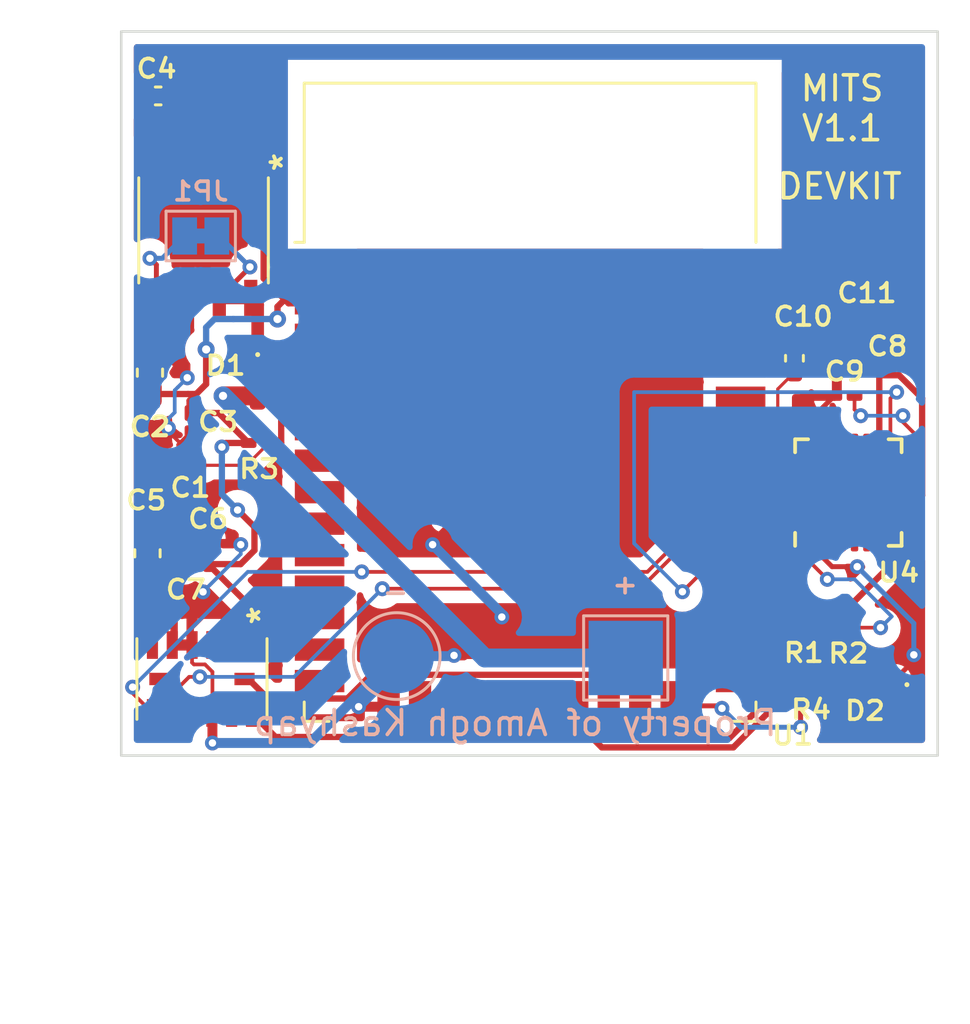
<source format=kicad_pcb>
(kicad_pcb (version 20211014) (generator pcbnew)
  (layers (0 "F.Cu" mixed "Front") (31 "B.Cu" mixed "Back") (34 "B.Paste" user) (35 "F.Paste" user) (36 "B.SilkS" user "B.Silkscreen") (37 "F.SilkS" user "F.Silkscreen") (38 "B.Mask" user) (39 "F.Mask" user) (44 "Edge.Cuts" user))
  (net 0 "")
  (net 1 "Net-(C1-Pad1)")
  (net 2 "GND")
  (net 3 "VDD")
  (net 4 "Net-(C9-Pad1)")
  (net 5 "Net-(C10-Pad1)")
  (net 6 "Net-(D1-Pad1)")
  (net 7 "+BATT")
  (net 8 "Net-(D2-Pad2)")
  (net 9 "Net-(JP1-Pad2)")
  (net 10 "SCL1")
  (net 11 "SDA1")
  (net 12 "Net-(U1-Pad24)")
  (net 34 "INT3")
  (net 35 "INT2")
  (net 36 "INT1")
  (footprint "Capacitor_SMD:C_0201_0603Metric_Pad0.64x0.40mm_HandSolder" (layer "F.Cu") (at 165.0925 90.9 180)
    (fp_text reference "C9" (at -0.0075 0.984) (layer "F.SilkS") (effects (font (size 0.75 0.82))))
    (fp_text value "0.1µF")
    (pad "1" smd roundrect (at -0.4075 0 180) (size 0.635 0.4) (layers "F.Cu" "F.Mask") (net 4 "Net-(C9-Pad1)"))
    (pad "2" smd roundrect (at 0.4075 0 180) (size 0.635 0.4) (layers "F.Cu" "F.Mask") (net 2 "GND"))
  )
  (footprint "Resistor_SMD:R_0201_0603Metric_Pad0.64x0.40mm_HandSolder" (layer "F.Cu") (at 163.7425 102.55 180)
    (fp_text reference "R4" (at 0 -1 180) (layer "F.SilkS") (effects (font (size 0.75 0.82))))
    (fp_text value "220")
    (pad "1" smd roundrect (at -0.4075 0 180) (size 0.635 0.4) (layers "F.Cu" "F.Mask") (net 8 "Net-(D2-Pad2)"))
    (pad "2" smd roundrect (at 0.4075 0 180) (size 0.635 0.4) (layers "F.Cu" "F.Mask") (net 12 "Net-(U1-Pad24)"))
  )
  (footprint "Voltage_Regulator_Linear:MIC5200-3.3YM" (layer "F.Cu") (at 139.215 84.22415 -90)
    (fp_text reference "U2")
    (fp_text value "MIC5200-3.3BM-TR")
    (fp_text user "*" (at -2.75425 -3.241 90) (layer "F.SilkS"))
    (fp_line (start 2.1209 -2.6162) (end -2.1209 -2.6162) (layer "F.SilkS") (width 0.12))
    (fp_line (start -2.1209 2.6162) (end 2.1209 2.6162) (layer "F.SilkS") (width 0.12))
    (pad "1" smd rect (at -2.72415 -1.905 270) (size 1.4605 0.5334) (layers "F.Cu" "F.Paste" "F.Mask") (net 3 "VDD"))
    (pad "2" smd rect (at -2.72415 -0.635 270) (size 1.4605 0.5334) (layers "F.Cu" "F.Paste" "F.Mask") (net 3 "VDD"))
    (pad "3" smd rect (at -2.72415 0.635 270) (size 1.4605 0.5334) (layers "F.Cu" "F.Paste" "F.Mask") (net 2 "GND"))
    (pad "4" smd rect (at -2.72415 1.905 270) (size 1.4605 0.5334) (layers "F.Cu" "F.Paste" "F.Mask") (net 2 "GND"))
    (pad "5" smd rect (at 2.72415 1.905 270) (size 1.4605 0.5334) (layers "F.Cu" "F.Paste" "F.Mask") (net 9 "Net-(JP1-Pad2)"))
    (pad "6" smd rect (at 2.72415 0.635 270) (size 1.4605 0.5334) (layers "F.Cu" "F.Paste" "F.Mask") (net 2 "GND"))
    (pad "7" smd rect (at 2.72415 -0.635 270) (size 1.4605 0.5334) (layers "F.Cu" "F.Paste" "F.Mask") (net 6 "Net-(D1-Pad1)"))
    (pad "8" smd rect (at 2.72415 -1.905 270) (size 1.4605 0.5334) (layers "F.Cu" "F.Paste" "F.Mask") (net 6 "Net-(D1-Pad1)"))
  )
  (footprint "Resistor_SMD:R_0201_0603Metric_Pad0.64x0.40mm_HandSolder" (layer "F.Cu") (at 163.45 99.8425 -90)
    (fp_text reference "R1" (at 1.4226 0.0007) (layer "F.SilkS") (effects (font (size 0.75 0.82))))
    (fp_text value "2.2K")
    (pad "1" smd roundrect (at -0.4075 0 270) (size 0.635 0.4) (layers "F.Cu" "F.Mask") (net 3 "VDD"))
    (pad "2" smd roundrect (at 0.4075 0 270) (size 0.635 0.4) (layers "F.Cu" "F.Mask") (net 10 "SCL1"))
  )
  (footprint "Capacitor_SMD:C_0201_0603Metric_Pad0.64x0.40mm_HandSolder" (layer "F.Cu") (at 139.4 97.28 90)
    (fp_text reference "C6" (at 1.4175 0 180) (layer "F.SilkS") (effects (font (size 0.75 0.82))))
    (fp_text value "0.1µF")
    (pad "1" smd roundrect (at -0.4075 0 90) (size 0.635 0.4) (layers "F.Cu" "F.Mask") (net 3 "VDD"))
    (pad "2" smd roundrect (at 0.4075 0 90) (size 0.635 0.4) (layers "F.Cu" "F.Mask") (net 2 "GND"))
  )
  (footprint "LED_SMD:LED_0402_1005Metric_Pad0.77x0.64mm_HandSolder" (layer "F.Cu") (at 166.35 102.55 180)
    (fp_text reference "D2" (at 0.43 -1.05) (layer "F.SilkS") (effects (font (size 0.75 0.82))))
    (fp_text value "LED")
    (fp_circle (center -1.265 0) (end -1.215 0) (layer "F.SilkS") (width 0.1) (fill none))
    (pad "1" smd roundrect (at -0.5725 0 180) (size 0.765 0.64) (layers "F.Cu" "F.Paste" "F.Mask") (net 2 "GND"))
    (pad "2" smd roundrect (at 0.5725 0 180) (size 0.765 0.64) (layers "F.Cu" "F.Paste" "F.Mask") (net 8 "Net-(D2-Pad2)"))
  )
  (footprint "Capacitor_SMD:C_0201_0603Metric_Pad0.64x0.40mm_HandSolder" (layer "F.Cu") (at 165.1925 88.95)
    (fp_text reference "C8" (at 1.6325 -0.05) (layer "F.SilkS") (effects (font (size 0.75 0.82))))
    (fp_text value "0.01µF")
    (pad "1" smd roundrect (at -0.4075 0) (size 0.635 0.4) (layers "F.Cu" "F.Mask") (net 2 "GND"))
    (pad "2" smd roundrect (at 0.4075 0) (size 0.635 0.4) (layers "F.Cu" "F.Mask") (net 3 "VDD"))
  )
  (footprint "Resistor_SMD:R_0201_0603Metric_Pad0.64x0.40mm_HandSolder" (layer "F.Cu") (at 141.4425 92.8)
    (fp_text reference "R3" (at 0.0175 1.05) (layer "F.SilkS") (effects (font (size 0.75 0.82))))
    (fp_text value "10k")
    (pad "1" smd roundrect (at -0.4075 0) (size 0.635 0.4) (layers "F.Cu" "F.Mask") (net 3 "VDD"))
    (pad "2" smd roundrect (at 0.4075 0) (size 0.635 0.4) (layers "F.Cu" "F.Mask") (net 1 "Net-(C1-Pad1)"))
  )
  (footprint "Capacitor_SMD:C_0201_0603Metric_Pad0.64x0.40mm_HandSolder" (layer "F.Cu") (at 166.05 87.7 180)
    (fp_text reference "C11" (at 0.05 0.95) (layer "F.SilkS") (effects (font (size 0.75 0.82))))
    (fp_text value "0.1µF")
    (pad "1" smd roundrect (at -0.4075 0 180) (size 0.635 0.4) (layers "F.Cu" "F.Mask") (net 3 "VDD"))
    (pad "2" smd roundrect (at 0.4075 0 180) (size 0.635 0.4) (layers "F.Cu" "F.Mask") (net 2 "GND"))
  )
  (footprint "Sensor_Motion:ADXL375BCCZ" (layer "F.Cu") (at 139.150001 102.320901 -90)
    (fp_text reference "U3")
    (fp_text value "ADXL375BCCZ")
    (fp_text user "*" (at -2.5648 -2.4 90) (layer "F.SilkS"))
    (fp_line (start -1.627 2.627) (end 1.627 2.627) (layer "F.SilkS") (width 0.12))
    (fp_line (start 1.627 -2.627) (end -1.627 -2.627) (layer "F.SilkS") (width 0.12))
    (pad "1" smd rect (at -1.370901 -2.000001) (size 0.4492 1.1178) (layers "F.Cu" "F.Paste" "F.Mask") (net 3 "VDD"))
    (pad "2" smd rect (at -1.370901 -1.2) (size 0.4492 1.1178) (layers "F.Cu" "F.Paste" "F.Mask") (net 2 "GND"))
    (pad "3" smd rect (at -1.370901 -0.399999) (size 0.4492 1.1178) (layers "F.Cu" "F.Paste" "F.Mask"))
    (pad "4" smd rect (at -1.370901 0.399999) (size 0.4492 1.1178) (layers "F.Cu" "F.Paste" "F.Mask") (net 2 "GND"))
    (pad "5" smd rect (at -1.370901 1.2) (size 0.4492 1.1178) (layers "F.Cu" "F.Paste" "F.Mask") (net 2 "GND"))
    (pad "6" smd rect (at -1.370901 1.999999) (size 0.4492 1.1178) (layers "F.Cu" "F.Paste" "F.Mask") (net 3 "VDD"))
    (pad "7" smd rect (at 0 1.718498 270) (size 0.5 0.813) (layers "F.Cu" "F.Paste" "F.Mask"))
    (pad "8" smd rect (at 1.370901 2.000001) (size 0.4492 1.1178) (layers "F.Cu" "F.Paste" "F.Mask") (net 36 "INT1"))
    (pad "9" smd rect (at 1.370901 1.2) (size 0.4492 1.1178) (layers "F.Cu" "F.Paste" "F.Mask") (net 35 "INT2"))
    (pad "10" smd rect (at 1.370901 0.399999) (size 0.4492 1.1178) (layers "F.Cu" "F.Paste" "F.Mask"))
    (pad "11" smd rect (at 1.370901 -0.399999) (size 0.4492 1.1178) (layers "F.Cu" "F.Paste" "F.Mask") (net 2 "GND"))
    (pad "12" smd rect (at 1.370901 -1.2) (size 0.4492 1.1178) (layers "F.Cu" "F.Paste" "F.Mask"))
    (pad "13" smd rect (at 1.370901 -1.999999) (size 0.4492 1.1178) (layers "F.Cu" "F.Paste" "F.Mask") (net 11 "SDA1"))
    (pad "14" smd rect (at 0 -1.718498 270) (size 0.5 0.813) (layers "F.Cu" "F.Paste" "F.Mask") (net 10 "SCL1"))
  )
  (footprint "Diode_SMD:D_0402_1005Metric_Pad0.77x0.64mm_HandSolder" (layer "F.Cu") (at 141.4 90.5 -90)
    (fp_text reference "D1" (at -0.8225 1.3 180) (layer "F.SilkS") (effects (font (size 0.75 0.82))))
    (fp_text value "D_Schottky")
    (fp_circle (center -1.265 0) (end -1.215 0) (layer "F.SilkS") (width 0.1) (fill none))
    (pad "1" smd roundrect (at -0.5725 0 270) (size 0.765 0.64) (layers "F.Cu" "F.Paste" "F.Mask") (net 6 "Net-(D1-Pad1)"))
    (pad "2" smd roundrect (at 0.5725 0 270) (size 0.765 0.64) (layers "F.Cu" "F.Paste" "F.Mask") (net 7 "+BATT"))
  )
  (footprint "Sensor_Motion:InvenSense_QFN-24_4x4mm_P0.5mm" (layer "F.Cu") (at 165.25 94.8 90)
    (fp_text reference "U4" (at -3.2258 2.032) (layer "F.SilkS") (effects (font (size 0.75 0.82))))
    (fp_text value "MPU-6050")
    (fp_line (start -2.15 2.15) (end -1.625 2.15) (layer "F.SilkS") (width 0.15))
    (fp_line (start -2.15 2.15) (end -2.15 1.625) (layer "F.SilkS") (width 0.15))
    (fp_line (start 2.15 2.15) (end 2.15 1.625) (layer "F.SilkS") (width 0.15))
    (fp_line (start 2.15 -2.15) (end 1.625 -2.15) (layer "F.SilkS") (width 0.15))
    (fp_line (start 2.15 2.15) (end 1.625 2.15) (layer "F.SilkS") (width 0.15))
    (fp_line (start -2.15 -2.15) (end -1.625 -2.15) (layer "F.SilkS") (width 0.15))
    (fp_line (start 2.15 -2.15) (end 2.15 -1.625) (layer "F.SilkS") (width 0.15))
    (pad "1" smd roundrect (at -1.95 -1.25 90) (size 0.85 0.3) (layers "F.Cu" "F.Paste" "F.Mask") (net 2 "GND"))
    (pad "2" smd roundrect (at -1.95 -0.75 90) (size 0.85 0.3) (layers "F.Cu" "F.Paste" "F.Mask"))
    (pad "3" smd roundrect (at -1.95 -0.25 90) (size 0.85 0.3) (layers "F.Cu" "F.Paste" "F.Mask"))
    (pad "4" smd roundrect (at -1.95 0.25 90) (size 0.85 0.3) (layers "F.Cu" "F.Paste" "F.Mask"))
    (pad "5" smd roundrect (at -1.95 0.75 90) (size 0.85 0.3) (layers "F.Cu" "F.Paste" "F.Mask"))
    (pad "6" smd roundrect (at -1.95 1.25 90) (size 0.85 0.3) (layers "F.Cu" "F.Paste" "F.Mask"))
    (pad "7" smd roundrect (at -1.25 1.95 180) (size 0.85 0.3) (layers "F.Cu" "F.Paste" "F.Mask"))
    (pad "8" smd roundrect (at -0.75 1.95 180) (size 0.85 0.3) (layers "F.Cu" "F.Paste" "F.Mask") (net 3 "VDD"))
    (pad "9" smd roundrect (at -0.25 1.95 180) (size 0.85 0.3) (layers "F.Cu" "F.Paste" "F.Mask"))
    (pad "10" smd roundrect (at 0.25 1.95 180) (size 0.85 0.3) (layers "F.Cu" "F.Paste" "F.Mask") (net 4 "Net-(C9-Pad1)"))
    (pad "11" smd roundrect (at 0.75 1.95 180) (size 0.85 0.3) (layers "F.Cu" "F.Paste" "F.Mask") (net 2 "GND"))
    (pad "12" smd roundrect (at 1.25 1.95 180) (size 0.85 0.3) (layers "F.Cu" "F.Paste" "F.Mask") (net 34 "INT3"))
    (pad "13" smd roundrect (at 1.95 1.25 90) (size 0.85 0.3) (layers "F.Cu" "F.Paste" "F.Mask") (net 3 "VDD"))
    (pad "14" smd roundrect (at 1.95 0.75 90) (size 0.85 0.3) (layers "F.Cu" "F.Paste" "F.Mask"))
    (pad "15" smd roundrect (at 1.95 0.25 90) (size 0.85 0.3) (layers "F.Cu" "F.Paste" "F.Mask"))
    (pad "16" smd roundrect (at 1.95 -0.25 90) (size 0.85 0.3) (layers "F.Cu" "F.Paste" "F.Mask"))
    (pad "17" smd roundrect (at 1.95 -0.75 90) (size 0.85 0.3) (layers "F.Cu" "F.Paste" "F.Mask"))
    (pad "18" smd roundrect (at 1.95 -1.25 90) (size 0.85 0.3) (layers "F.Cu" "F.Paste" "F.Mask") (net 2 "GND"))
    (pad "19" smd roundrect (at 1.25 -1.95 180) (size 0.85 0.3) (layers "F.Cu" "F.Paste" "F.Mask"))
    (pad "20" smd roundrect (at 0.75 -1.95 180) (size 0.85 0.3) (layers "F.Cu" "F.Paste" "F.Mask") (net 5 "Net-(C10-Pad1)"))
    (pad "21" smd roundrect (at 0.25 -1.95 180) (size 0.85 0.3) (layers "F.Cu" "F.Paste" "F.Mask"))
    (pad "22" smd roundrect (at -0.25 -1.95 180) (size 0.85 0.3) (layers "F.Cu" "F.Paste" "F.Mask"))
    (pad "23" smd roundrect (at -0.75 -1.95 180) (size 0.85 0.3) (layers "F.Cu" "F.Paste" "F.Mask") (net 10 "SCL1"))
    (pad "24" smd roundrect (at -1.25 -1.95 180) (size 0.85 0.3) (layers "F.Cu" "F.Paste" "F.Mask") (net 11 "SDA1"))
  )
  (footprint "Capacitor_SMD:C_0201_0603Metric_Pad0.64x0.40mm_HandSolder" (layer "F.Cu") (at 138.35 97.28 -90)
    (fp_text reference "C7" (at 1.4325 -0.15) (layer "F.SilkS") (effects (font (size 0.75 0.82))))
    (fp_text value "0.1µF")
    (pad "1" smd roundrect (at -0.4075 0 270) (size 0.635 0.4) (layers "F.Cu" "F.Mask") (net 2 "GND"))
    (pad "2" smd roundrect (at 0.4075 0 270) (size 0.635 0.4) (layers "F.Cu" "F.Mask") (net 3 "VDD"))
  )
  (footprint "Resistor_SMD:R_0201_0603Metric_Pad0.64x0.40mm_HandSolder" (layer "F.Cu") (at 165.25 99.8425 -90)
    (fp_text reference "R2" (at 1.4478 0) (layer "F.SilkS") (effects (font (size 0.75 0.82))))
    (fp_text value "2.2K")
    (pad "1" smd roundrect (at -0.4075 0 270) (size 0.635 0.4) (layers "F.Cu" "F.Mask") (net 3 "VDD"))
    (pad "2" smd roundrect (at 0.4075 0 270) (size 0.635 0.4) (layers "F.Cu" "F.Mask") (net 11 "SDA1"))
  )
  (footprint "Capacitor_SMD:C_0402_1005Metric_Pad0.74x0.62mm_HandSolder" (layer "F.Cu") (at 163.0738 89.3825 90)
    (fp_text reference "C10" (at 1.6825 0.35) (layer "F.SilkS") (effects (font (size 0.75 0.82))))
    (fp_text value "2200pF")
    (fp_line (start -0.115835 0.36) (end 0.115835 0.36) (layer "F.SilkS") (width 0.12))
    (fp_line (start -0.115835 -0.36) (end 0.115835 -0.36) (layer "F.SilkS") (width 0.12))
    (pad "1" smd roundrect (at -0.5675 0 90) (size 0.735 0.62) (layers "F.Cu" "F.Paste" "F.Mask") (net 5 "Net-(C10-Pad1)"))
    (pad "2" smd roundrect (at 0.5675 0 90) (size 0.735 0.62) (layers "F.Cu" "F.Paste" "F.Mask") (net 2 "GND"))
  )
  (footprint "Capacitor_SMD:C_0201_0603Metric_Pad0.64x0.40mm_HandSolder" (layer "F.Cu") (at 138.6 93.7 180)
    (fp_text reference "C1" (at -0.0825 -0.9 180) (layer "F.SilkS") (effects (font (size 0.75 0.82))))
    (fp_text value "0.1µF")
    (pad "1" smd roundrect (at -0.4075 0 180) (size 0.635 0.4) (layers "F.Cu" "F.Mask") (net 1 "Net-(C1-Pad1)"))
    (pad "2" smd roundrect (at 0.4075 0 180) (size 0.635 0.4) (layers "F.Cu" "F.Mask") (net 2 "GND"))
  )
  (footprint "Capacitor_SMD:C_0201_0603Metric_Pad0.64x0.40mm_HandSolder" (layer "F.Cu") (at 138.65 92 -90)
    (fp_text reference "C3" (at -0.05 -1.15) (layer "F.SilkS") (effects (font (size 0.75 0.82))))
    (fp_text value "0.1µF")
    (pad "1" smd roundrect (at -0.4075 0 270) (size 0.635 0.4) (layers "F.Cu" "F.Mask") (net 3 "VDD"))
    (pad "2" smd roundrect (at 0.4075 0 270) (size 0.635 0.4) (layers "F.Cu" "F.Mask") (net 2 "GND"))
  )
  (footprint "Capacitor_SMD:C_0603_1608Metric_Pad1.08x0.95mm_HandSolder" (layer "F.Cu") (at 136.95 97.25 -90)
    (fp_text reference "C5" (at -2.1375 0.05) (layer "F.SilkS") (effects (font (size 0.75 0.82))))
    (fp_text value "10µF")
    (fp_line (start -0.146267 0.51) (end 0.146267 0.51) (layer "F.SilkS") (width 0.12))
    (fp_line (start -0.146267 -0.51) (end 0.146267 -0.51) (layer "F.SilkS") (width 0.12))
    (pad "1" smd roundrect (at -0.8625 0 270) (size 1.075 0.95) (layers "F.Cu" "F.Paste" "F.Mask") (net 2 "GND"))
    (pad "2" smd roundrect (at 0.8625 0 270) (size 1.075 0.95) (layers "F.Cu" "F.Paste" "F.Mask") (net 3 "VDD"))
  )
  (footprint "RF_Module:ESP32-WROOM-32" (layer "F.Cu") (at 152.4 94.15)
    (fp_text reference "U1" (at 10.6 10.45 180) (layer "F.SilkS") (effects (font (size 0.75 0.82))))
    (fp_text value "ESP32-WROOM-32" hide)
    (fp_line (start 9.12 9.88) (end 8.12 9.88) (layer "F.SilkS") (width 0.12))
    (fp_line (start 9.12 -15.865) (end 9.12 -9.445) (layer "F.SilkS") (width 0.12))
    (fp_line (start -9.12 -15.865) (end -9.12 -9.445) (layer "F.SilkS") (width 0.12))
    (fp_line (start 9.12 9.1) (end 9.12 9.88) (layer "F.SilkS") (width 0.12))
    (fp_line (start -9.12 -15.865) (end 9.12 -15.865) (layer "F.SilkS") (width 0.12))
    (fp_line (start -9.12 9.1) (end -9.12 9.88) (layer "F.SilkS") (width 0.12))
    (fp_line (start -9.12 9.88) (end -8.12 9.88) (layer "F.SilkS") (width 0.12))
    (fp_line (start -9.12 -9.445) (end -9.5 -9.445) (layer "F.SilkS") (width 0.12))
    (pad "1" smd rect (at -8.5 -8.255) (size 2 0.9) (layers "F.Cu" "F.Paste" "F.Mask") (net 2 "GND"))
    (pad "2" smd rect (at -8.5 -6.985) (size 2 0.9) (layers "F.Cu" "F.Paste" "F.Mask") (net 3 "VDD"))
    (pad "3" smd rect (at -8.5 -5.715) (size 2 0.9) (layers "F.Cu" "F.Paste" "F.Mask") (net 1 "Net-(C1-Pad1)"))
    (pad "4" smd rect (at -8.5 -4.445) (size 2 0.9) (layers "F.Cu" "F.Paste" "F.Mask"))
    (pad "5" smd rect (at -8.5 -3.175) (size 2 0.9) (layers "F.Cu" "F.Paste" "F.Mask"))
    (pad "6" smd rect (at -8.5 -1.905) (size 2 0.9) (layers "F.Cu" "F.Paste" "F.Mask"))
    (pad "7" smd rect (at -8.5 -0.635) (size 2 0.9) (layers "F.Cu" "F.Paste" "F.Mask"))
    (pad "8" smd rect (at -8.5 0.635) (size 2 0.9) (layers "F.Cu" "F.Paste" "F.Mask"))
    (pad "9" smd rect (at -8.5 1.905) (size 2 0.9) (layers "F.Cu" "F.Paste" "F.Mask"))
    (pad "10" smd rect (at -8.5 3.175) (size 2 0.9) (layers "F.Cu" "F.Paste" "F.Mask"))
    (pad "11" smd rect (at -8.5 4.445) (size 2 0.9) (layers "F.Cu" "F.Paste" "F.Mask"))
    (pad "12" smd rect (at -8.5 5.715) (size 2 0.9) (layers "F.Cu" "F.Paste" "F.Mask"))
    (pad "13" smd rect (at -8.5 6.985) (size 2 0.9) (layers "F.Cu" "F.Paste" "F.Mask"))
    (pad "14" smd rect (at -8.5 8.255) (size 2 0.9) (layers "F.Cu" "F.Paste" "F.Mask"))
    (pad "15" smd rect (at -5.715 9.255 90) (size 2 0.9) (layers "F.Cu" "F.Paste" "F.Mask") (net 2 "GND"))
    (pad "16" smd rect (at -4.445 9.255 90) (size 2 0.9) (layers "F.Cu" "F.Paste" "F.Mask"))
    (pad "17" smd rect (at -3.175 9.255 90) (size 2 0.9) (layers "F.Cu" "F.Paste" "F.Mask"))
    (pad "18" smd rect (at -1.905 9.255 90) (size 2 0.9) (layers "F.Cu" "F.Paste" "F.Mask"))
    (pad "19" smd rect (at -0.635 9.255 90) (size 2 0.9) (layers "F.Cu" "F.Paste" "F.Mask"))
    (pad "20" smd rect (at 0.635 9.255 90) (size 2 0.9) (layers "F.Cu" "F.Paste" "F.Mask"))
    (pad "21" smd rect (at 1.905 9.255 90) (size 2 0.9) (layers "F.Cu" "F.Paste" "F.Mask") (net 11 "SDA1"))
    (pad "22" smd rect (at 3.175 9.255 90) (size 2 0.9) (layers "F.Cu" "F.Paste" "F.Mask") (net 10 "SCL1"))
    (pad "23" smd rect (at 4.445 9.255 90) (size 2 0.9) (layers "F.Cu" "F.Paste" "F.Mask"))
    (pad "24" smd rect (at 5.715 9.255 90) (size 2 0.9) (layers "F.Cu" "F.Paste" "F.Mask") (net 12 "Net-(U1-Pad24)"))
    (pad "25" smd rect (at 8.5 8.255) (size 2 0.9) (layers "F.Cu" "F.Paste" "F.Mask"))
    (pad "26" smd rect (at 8.5 6.985) (size 2 0.9) (layers "F.Cu" "F.Paste" "F.Mask"))
    (pad "27" smd rect (at 8.5 5.715) (size 2 0.9) (layers "F.Cu" "F.Paste" "F.Mask"))
    (pad "28" smd rect (at 8.5 4.445) (size 2 0.9) (layers "F.Cu" "F.Paste" "F.Mask"))
    (pad "29" smd rect (at 8.5 3.175) (size 2 0.9) (layers "F.Cu" "F.Paste" "F.Mask") (net 34 "INT3"))
    (pad "30" smd rect (at 8.5 1.905) (size 2 0.9) (layers "F.Cu" "F.Paste" "F.Mask") (net 35 "INT2"))
    (pad "31" smd rect (at 8.5 0.635) (size 2 0.9) (layers "F.Cu" "F.Paste" "F.Mask") (net 36 "INT1"))
    (pad "32" smd rect (at 8.5 -0.635) (size 2 0.9) (layers "F.Cu" "F.Paste" "F.Mask"))
    (pad "33" smd rect (at 8.5 -1.905) (size 2 0.9) (layers "F.Cu" "F.Paste" "F.Mask"))
    (pad "34" smd rect (at 8.5 -3.175) (size 2 0.9) (layers "F.Cu" "F.Paste" "F.Mask"))
    (pad "35" smd rect (at 8.5 -4.445) (size 2 0.9) (layers "F.Cu" "F.Paste" "F.Mask"))
    (pad "36" smd rect (at 8.5 -5.715) (size 2 0.9) (layers "F.Cu" "F.Paste" "F.Mask"))
    (pad "37" smd rect (at 8.5 -6.985) (size 2 0.9) (layers "F.Cu" "F.Paste" "F.Mask"))
    (pad "38" smd rect (at 8.5 -8.255) (size 2 0.9) (layers "F.Cu" "F.Paste" "F.Mask") (net 2 "GND"))
    (pad "39" smd rect (at -1 -0.755) (size 5 5) (layers "F.Cu" "F.Paste" "F.Mask") (net 2 "GND"))
  )
  (footprint "Capacitor_SMD:C_0603_1608Metric_Pad1.08x0.95mm_HandSolder" (layer "F.Cu") (at 137.05 89.9625 90)
    (fp_text reference "C2" (at -2.1855 0 180) (layer "F.SilkS") (effects (font (size 0.75 0.82) (thickness 0.17))))
    (fp_text value "10µF")
    (fp_line (start -0.146267 -0.51) (end 0.146267 -0.51) (layer "F.SilkS") (width 0.12))
    (fp_line (start -0.146267 0.51) (end 0.146267 0.51) (layer "F.SilkS") (width 0.12))
    (pad "1" smd roundrect (at -0.8625 0 90) (size 1.075 0.95) (layers "F.Cu" "F.Paste" "F.Mask") (net 3 "VDD"))
    (pad "2" smd roundrect (at 0.8625 0 90) (size 1.075 0.95) (layers "F.Cu" "F.Paste" "F.Mask") (net 2 "GND"))
  )
  (footprint "Capacitor_SMD:C_0402_1005Metric_Pad0.74x0.62mm_HandSolder" (layer "F.Cu") (at 137.3825 78.8 180)
    (fp_text reference "C4" (at 0.0675 1.1) (layer "F.SilkS") (effects (font (size 0.75 0.82))))
    (fp_text value "1µF")
    (fp_line (start -0.115835 -0.36) (end 0.115835 -0.36) (layer "F.SilkS") (width 0.12))
    (fp_line (start -0.115835 0.36) (end 0.115835 0.36) (layer "F.SilkS") (width 0.12))
    (pad "1" smd roundrect (at -0.5675 0 180) (size 0.735 0.62) (layers "F.Cu" "F.Paste" "F.Mask") (net 3 "VDD"))
    (pad "2" smd roundrect (at 0.5675 0 180) (size 0.735 0.62) (layers "F.Cu" "F.Paste" "F.Mask") (net 2 "GND"))
  )
  (footprint "TestPoint:TestPoint_Pad_D3.0mm" (layer "B.Cu") (at 147.0152 101.3968 180)
    (fp_text reference "-" (at 0.0508 2.5908) (layer "B.SilkS") (effects (font (size 0.75 0.82)) (justify mirror)))
    (fp_text value "Conn_01x01_Male")
    (fp_circle (center 0 0) (end 0 -1.75) (layer "B.SilkS") (width 0.12) (fill none))
    (pad "1" smd circle (at 0 0 180) (size 3 3) (layers "B.Cu" "B.Mask") (net 2 "GND"))
  )
  (footprint "TestPoint:TestPoint_Pad_3.0x3.0mm" (layer "B.Cu") (at 156.2608 101.473 180)
    (fp_text reference "+" (at 0.0254 2.9718) (layer "B.SilkS") (effects (font (size 0.75 0.82)) (justify mirror)))
    (fp_text value "Conn_01x01_Male")
    (fp_line (start 1.7 1.7) (end 1.7 -1.7) (layer "B.SilkS") (width 0.12))
    (fp_line (start -1.7 1.7) (end 1.7 1.7) (layer "B.SilkS") (width 0.12))
    (fp_line (start 1.7 -1.7) (end -1.7 -1.7) (layer "B.SilkS") (width 0.12))
    (fp_line (start -1.7 -1.7) (end -1.7 1.7) (layer "B.SilkS") (width 0.12))
    (pad "1" smd rect (at 0 0 180) (size 3 3) (layers "B.Cu" "B.Mask") (net 7 "+BATT"))
  )
  (footprint "Jumper:SolderJumper-2_P1.3mm_Bridged_Pad1.0x1.5mm" (layer "B.Cu") (at 139.1 84.45 180)
    (fp_text reference "JP1" (at 0 1.8) (layer "B.SilkS") (effects (font (size 0.75 0.82)) (justify mirror)))
    (fp_text value "SolderJumper_2_Bridged")
    (fp_poly (pts (xy -0.25 0.3) (xy 0.25 0.3) (xy 0.25 -0.3) (xy -0.25 -0.3)) (layer "B.Cu") (width 0) (fill solid))
    (fp_line (start -1.4 1) (end 1.4 1) (layer "B.SilkS") (width 0.12))
    (fp_line (start -1.4 -1) (end -1.4 1) (layer "B.SilkS") (width 0.12))
    (fp_line (start 1.4 1) (end 1.4 -1) (layer "B.SilkS") (width 0.12))
    (fp_line (start 1.4 -1) (end -1.4 -1) (layer "B.SilkS") (width 0.12))
    (pad "1" smd rect (at -0.65 0 180) (size 1 1.5) (layers "B.Cu" "B.Mask") (net 6 "Net-(D1-Pad1)"))
    (pad "2" smd rect (at 0.65 0 180) (size 1 1.5) (layers "B.Cu" "B.Mask") (net 9 "Net-(JP1-Pad2)"))
  )
  (gr_rect (start 135.89 76.2) (end 168.8568 105.41) (layer "Edge.Cuts") (width 0.1) (fill none))
  (gr_text "Property of Amogh Kashyap" (at 151.8 104.1) (layer "B.SilkS") (effects (font (size 1 1)) (justify mirror)))
  (gr_text "DEVKIT" (at 164.9 82.45) (layer "F.SilkS") (effects (font (size 1 1))))
  (gr_text "MITS\nV1.1" (at 165 79.3) (layer "F.SilkS") (effects (font (size 1 1))))
  (segment (start 139.0075 93.7) (end 140.95 93.7) (width 0.127) (layer "F.Cu") (net 1))
  (segment (start 143.212978 88.435) (end 142.35 89.297978) (width 0.254) (layer "F.Cu") (net 1))
  (segment (start 140.95 93.7) (end 141.85 92.8) (width 0.127) (layer "F.Cu") (net 1))
  (segment (start 142.35 92.8) (end 141.85 92.8) (width 0.254) (layer "F.Cu") (net 1))
  (segment (start 143.9 88.435) (end 143.212978 88.435) (width 0.254) (layer "F.Cu") (net 1))
  (segment (start 142.35 89.297978) (end 142.35 92.8) (width 0.254) (layer "F.Cu") (net 1))
  (segment (start 151.4 93.395) (end 151.4 90.495) (width 0.4) (layer "F.Cu") (net 2))
  (segment (start 158.9 85.895) (end 160.9 85.895) (width 0.4) (layer "F.Cu") (net 2))
  (segment (start 138.58 81.5) (end 137.31 81.5) (width 0.15) (layer "F.Cu") (net 2))
  (segment (start 139.272734 101.733489) (end 139.573 102.033755) (width 0.15) (layer "F.Cu") (net 2))
  (segment (start 138.824591 101.733489) (end 139.272734 101.733489) (width 0.15) (layer "F.Cu") (net 2))
  (segment (start 137.487 89.1) (end 137.05 89.1) (width 0.15) (layer "F.Cu") (net 2))
  (segment (start 164.65 88.815) (end 164.785 88.95) (width 0.4) (layer "F.Cu") (net 2))
  (segment (start 139.573 104.902) (end 139.573 103.714802) (width 0.4) (layer "F.Cu") (net 2))
  (segment (start 164.785 90.8) (end 164.685 90.9) (width 0.4) (layer "F.Cu") (net 2))
  (segment (start 151.4 90.495) (end 146.8 85.895) (width 0.4) (layer "F.Cu") (net 2))
  (segment (start 163.0738 86.6688) (end 163.0738 88.815) (width 0.4) (layer "F.Cu") (net 2))
  (segment (start 136.815 78.8) (end 136.815 81.005) (width 0.6) (layer "F.Cu") (net 2))
  (segment (start 138.58 87.57) (end 138.58 86.9483) (width 0.15) (layer "F.Cu") (net 2))
  (segment (start 164 92.85) (end 164 94.064) (width 0.2) (layer "F.Cu") (net 2))
  (segment (start 164 94.064) (end 167.186 94.064) (width 0.2) (layer "F.Cu") (net 2))
  (segment (start 138.26175 92.79575) (end 137.795 92.329) (width 0.15) (layer "F.Cu") (net 2))
  (segment (start 164.785 88.95) (end 164.785 88.5575) (width 0.4) (layer "F.Cu") (net 2))
  (segment (start 137.05 89.1) (end 138.58 87.57) (width 0.15) (layer "F.Cu") (net 2))
  (segment (start 136.815 81.005) (end 137.31 81.5) (width 0.6) (layer "F.Cu") (net 2))
  (segment (start 138.750002 100.95) (end 138.750002 100.263998) (width 0.15) (layer "F.Cu") (net 2))
  (segment (start 164 97.198) (end 164.592 97.79) (width 0.2) (layer "F.Cu") (net 2))
  (segment (start 137.950001 100.047999) (end 139.192 98.806) (width 0.15) (layer "F.Cu") (net 2))
  (segment (start 138.557 90.17) (end 137.487 89.1) (width 0.15) (layer "F.Cu") (net 2))
  (segment (start 163.0738 88.815) (end 164.65 88.815) (width 0.4) (layer "F.Cu") (net 2))
  (segment (start 149.709011 101.369989) (end 151.257 99.822) (width 0.4) (layer "F.Cu") (net 2))
  (segment (start 145.476373 103.439373) (end 146.650627 103.439373) (width 0.4) (layer "F.Cu") (net 2))
  (segment (start 139.4 96.8725) (end 138.35 96.8725) (width 0.15) (layer "F.Cu") (net 2))
  (segment (start 139.4285 96.901) (end 139.4 96.8725) (width 0.15) (layer "F.Cu") (net 2))
  (segment (start 137.435 96.8725) (end 136.95 96.3875) (width 0.15) (layer "F.Cu") (net 2))
  (segment (start 164.785 88.5575) (end 165.6425 87.7) (width 0.4) (layer "F.Cu") (net 2))
  (segment (start 138.58 86.9483) (end 138.58 81.5) (width 0.15) (layer "F.Cu") (net 2))
  (segment (start 164 96.75) (end 164 97.198) (width 0.2) (layer "F.Cu") (net 2))
  (segment (start 148.463 96.901) (end 151.4 93.964) (width 0.4) (layer "F.Cu") (net 2))
  (segment (start 138.750002 100.263998) (end 139.192 99.822) (width 0.15) (layer "F.Cu") (net 2))
  (segment (start 164 94.064) (end 164 96.75) (width 0.2) (layer "F.Cu") (net 2))
  (segment (start 137.795 92.329) (end 137.795 92.202) (width 0.15) (layer "F.Cu") (net 2))
  (segment (start 140.208 99.822) (end 140.350001 99.964001) (width 0.15) (layer "F.Cu") (net 2))
  (segment (start 138.1925 92.865) (end 138.26175 92.79575) (width 0.15) (layer "F.Cu") (net 2))
  (segment (start 167.894 101.346) (end 167.894 101.5785) (width 0.2) (layer "F.Cu") (net 2))
  (segment (start 139.573 102.033755) (end 139.573 103.668802) (width 0.15) (layer "F.Cu") (net 2))
  (segment (start 164.785 88.95) (end 164.785 90.8) (width 0.4) (layer "F.Cu") (net 2))
  (segment (start 167.186 94.064) (end 167.2 94.05) (width 0.2) (layer "F.Cu") (net 2))
  (segment (start 140.350001 99.964001) (end 140.350001 100.95) (width 0.15) (layer "F.Cu") (net 2))
  (segment (start 138.1925 93.7) (end 138.1925 92.865) (width 0.15) (layer "F.Cu") (net 2))
  (segment (start 151.4 93.964) (end 151.4 93.395) (width 0.4) (layer "F.Cu") (net 2))
  (segment (start 151.4 93.395) (end 158.9 85.895) (width 0.4) (layer "F.Cu") (net 2))
  (segment (start 140.716 96.901) (end 139.4285 96.901) (width 0.15) (layer "F.Cu") (net 2))
  (segment (start 162.3 85.895) (end 163.0738 86.6688) (width 0.4) (layer "F.Cu") (net 2))
  (segment (start 138.26175 92.79575) (end 138.65 92.4075) (width 0.15) (layer "F.Cu") (net 2))
  (segment (start 164.592 97.79) (end 165.608 97.79) (width 0.2) (layer "F.Cu") (net 2))
  (segment (start 139.192 99.822) (end 140.208 99.822) (width 0.15) (layer "F.Cu") (net 2))
  (segment (start 167.894 101.5785) (end 166.9225 102.55) (width 0.2) (layer "F.Cu") (net 2))
  (segment (start 146.8 85.895) (end 143.9 85.895) (width 0.4) (layer "F.Cu") (net 2))
  (segment (start 164 91.585) (end 164.685 90.9) (width 0.2) (layer "F.Cu") (net 2))
  (segment (start 138.750002 100.95) (end 138.750002 101.6589) (width 0.15) (layer "F.Cu") (net 2))
  (segment (start 164 92.85) (end 164 91.585) (width 0.2) (layer "F.Cu") (net 2))
  (segment (start 137.950001 100.95) (end 138.750002 100.95) (width 0.15) (layer "F.Cu") (net 2))
  (segment (start 139.573 103.668802) (end 139.55 103.691802) (width 0.15) (layer "F.Cu") (net 2))
  (segment (start 138.750002 101.6589) (end 138.824591 101.733489) (width 0.15) (layer "F.Cu") (net 2))
  (segment (start 136.95 94.9425) (end 138.1925 93.7) (width 0.15) (layer "F.Cu") (net 2))
  (segment (start 136.95 96.3875) (end 136.95 94.9425) (width 0.15) (layer "F.Cu") (net 2))
  (segment (start 139.573 103.714802) (end 139.55 103.691802) (width 0.4) (layer "F.Cu") (net 2))
  (segment (start 138.35 96.8725) (end 137.435 96.8725) (width 0.15) (layer "F.Cu") (net 2))
  (segment (start 160.9 85.895) (end 162.3 85.895) (width 0.4) (layer "F.Cu") (net 2))
  (segment (start 149.328011 101.369989) (end 149.709011 101.369989) (width 0.4) (layer "F.Cu") (net 2))
  (segment (start 137.950001 100.95) (end 137.950001 100.047999) (width 0.15) (layer "F.Cu") (net 2))
  (segment (start 146.650627 103.439373) (end 146.685 103.405) (width 0.4) (layer "F.Cu") (net 2))
  (via (at 139.573 104.902) (size 0.6) (drill 0.3) (layers "F.Cu" "B.Cu") (net 2))
  (via (at 145.476373 103.439373) (size 0.6) (drill 0.3) (layers "F.Cu" "B.Cu") (net 2))
  (via (at 137.795 92.202) (size 0.6) (drill 0.3) (layers "F.Cu" "B.Cu") (net 2))
  (via (at 165.608 97.79) (size 0.6) (drill 0.3) (layers "F.Cu" "B.Cu") (net 2))
  (via (at 138.557 90.17) (size 0.6) (drill 0.3) (layers "F.Cu" "B.Cu") (net 2))
  (via (at 140.716 96.901) (size 0.6) (drill 0.3) (layers "F.Cu" "B.Cu") (net 2))
  (via (at 167.894 101.346) (size 0.6) (drill 0.3) (layers "F.Cu" "B.Cu") (net 2))
  (via (at 148.463 96.901) (size 0.6) (drill 0.3) (layers "F.Cu" "B.Cu") (net 2))
  (via (at 139.192 98.806) (size 0.6) (drill 0.3) (layers "F.Cu" "B.Cu") (net 2))
  (via (at 151.257 99.822) (size 0.6) (drill 0.3) (layers "F.Cu" "B.Cu") (net 2))
  (via (at 149.328011 101.369989) (size 0.6) (drill 0.3) (layers "F.Cu" "B.Cu") (net 2))
  (segment (start 147.0152 101.3968) (end 149.3012 101.3968) (width 0.4) (layer "B.Cu") (net 2))
  (segment (start 149.3012 101.3968) (end 149.328011 101.369989) (width 0.4) (layer "B.Cu") (net 2))
  (segment (start 138.049 91.567) (end 138.049 90.678) (width 0.15) (layer "B.Cu") (net 2))
  (segment (start 138.049 90.678) (end 138.176 90.551) (width 0.15) (layer "B.Cu") (net 2))
  (segment (start 138.176 90.551) (end 138.557 90.17) (width 0.15) (layer "B.Cu") (net 2))
  (segment (start 143.51 104.902) (end 139.573 104.902) (width 0.4) (layer "B.Cu") (net 2))
  (segment (start 151.257 99.695) (end 148.463 96.901) (width 0.4) (layer "B.Cu") (net 2))
  (segment (start 137.795 92.202) (end 137.795 91.821) (width 0.15) (layer "B.Cu") (net 2))
  (segment (start 140.716 97.155) (end 140.716 96.901) (width 0.15) (layer "B.Cu") (net 2))
  (segment (start 147.0152 101.3968) (end 147.0152 101.900546) (width 0.4) (layer "B.Cu") (net 2))
  (segment (start 139.192 98.806) (end 140.716 97.282) (width 0.15) (layer "B.Cu") (net 2))
  (segment (start 165.608 97.79) (end 167.894 100.076) (width 0.2) (layer "B.Cu") (net 2))
  (segment (start 140.716 97.282) (end 140.716 97.155) (width 0.15) (layer "B.Cu") (net 2))
  (segment (start 167.894 100.076) (end 167.894 101.346) (width 0.2) (layer "B.Cu") (net 2))
  (segment (start 137.795 91.821) (end 138.049 91.567) (width 0.15) (layer "B.Cu") (net 2))
  (segment (start 147.0152 101.900546) (end 145.476373 103.439373) (width 0.4) (layer "B.Cu") (net 2))
  (segment (start 151.257 99.822) (end 151.257 99.695) (width 0.4) (layer "B.Cu") (net 2))
  (segment (start 147.0152 101.3968) (end 143.51 104.902) (width 0.4) (layer "B.Cu") (net 2))
  (segment (start 141.150002 99.437502) (end 141.150002 100.95) (width 0.254) (layer "F.Cu") (net 3))
  (segment (start 141.035 92.8) (end 140.118 92.8) (width 0.254) (layer "F.Cu") (net 3))
  (segment (start 138.35 97.6875) (end 139.4 97.6875) (width 0.254) (layer "F.Cu") (net 3))
  (segment (start 141.12 81.5) (end 141.12 77.73) (width 0.254) (layer "F.Cu") (net 3))
  (segment (start 139.85 81.5) (end 141.12 81.5) (width 0.254) (layer "F.Cu") (net 3))
  (segment (start 166.4575 88.0925) (end 165.6 88.95) (width 0.254) (layer "F.Cu") (net 3))
  (segment (start 141.12 81.5) (end 141.640211 82.020211) (width 0.254) (layer "F.Cu") (net 3))
  (segment (start 165.25 99.435) (end 167.87852 96.80648) (width 0.254) (layer "F.Cu") (net 3))
  (segment (start 167.87852 95.36152) (end 167.87852 96.80648) (width 0.254) (layer "F.Cu") (net 3))
  (segment (start 138.918 90.825) (end 138.65 91.093) (width 0.254) (layer "F.Cu") (net 3))
  (segment (start 166.5 90.067548) (end 166.5 92.85) (width 0.254) (layer "F.Cu") (net 3))
  (segment (start 142.2 87.3) (end 142.2 87.8) (width 0.254) (layer "F.Cu") (net 3))
  (segment (start 166.5 90.067548) (end 167.300332 90.067548) (width 0.254) (layer "F.Cu") (net 3))
  (segment (start 137.150002 98.312502) (end 137.150002 100.95) (width 0.254) (layer "F.Cu") (net 3))
  (segment (start 142.646 87.165) (end 143.9 87.165) (width 0.254) (layer "F.Cu") (net 3))
  (segment (start 163.45 99.435) (end 165.25 99.435) (width 0.254) (layer "F.Cu") (net 3))
  (segment (start 165.6 88.95) (end 165.6 89.167548) (width 0.254) (layer "F.Cu") (net 3))
  (segment (start 140.712284 97.6875) (end 139.4 97.6875) (width 0.254) (layer "F.Cu") (net 3))
  (segment (start 142 76.85) (end 162.75 76.85) (width 0.254) (layer "F.Cu") (net 3))
  (segment (start 140.118 92.8) (end 139.954 92.964) (width 0.254) (layer "F.Cu") (net 3))
  (segment (start 167.594 95.55) (end 167.2 95.55) (width 0.254) (layer "F.Cu") (net 3))
  (segment (start 138.65 91.093) (end 138.65 91.5925) (width 0.254) (layer "F.Cu") (net 3))
  (segment (start 168.22852 94.91548) (end 167.8305 95.3135) (width 0.254) (layer "F.Cu") (net 3))
  (segment (start 165.6 89.167548) (end 166.5 90.067548) (width 0.254) (layer "F.Cu") (net 3))
  (segment (start 141.640211 86.159211) (end 142.4905 87.0095) (width 0.254) (layer "F.Cu") (net 3))
  (segment (start 138.65 91.5925) (end 139.8275 91.5925) (width 0.254) (layer "F.Cu") (net 3))
  (segment (start 141.269511 96.184511) (end 141.269511 97.130273) (width 0.254) (layer "F.Cu") (net 3))
  (segment (start 141.12 77.73) (end 142 76.85) (width 0.254) (layer "F.Cu") (net 3))
  (segment (start 138.59 90.825) (end 138.918 90.825) (width 0.254) (layer "F.Cu") (net 3))
  (segment (start 141.269511 97.130273) (end 140.712284 97.6875) (width 0.254) (layer "F.Cu") (net 3))
  (segment (start 142.4905 87.0095) (end 142.2 87.3) (width 0.254) (layer "F.Cu") (net 3))
  (segment (start 137.05 90.825) (end 138.59 90.825) (width 0.254) (layer "F.Cu") (net 3))
  (segment (start 167.8305 95.3135) (end 167.594 95.55) (width 0.254) (layer "F.Cu") (net 3))
  (segment (start 138.918 90.825) (end 139.319 90.424) (width 0.254) (layer "F.Cu") (net 3))
  (segment (start 167.300332 90.067548) (end 168.22852 90.995736) (width 0.254) (layer "F.Cu") (net 3))
  (segment (start 167.8305 95.3135) (end 167.87852 95.36152) (width 0.254) (layer "F.Cu") (net 3))
  (segment (start 140.589 95.504) (end 141.269511 96.184511) (width 0.254) (layer "F.Cu") (net 3))
  (segment (start 137.925 98.1125) (end 138.35 97.6875) (width 0.254) (layer "F.Cu") (net 3))
  (segment (start 139.4 97.6875) (end 141.150002 99.437502) (width 0.254) (layer "F.Cu") (net 3))
  (segment (start 136.95 98.1125) (end 137.150002 98.312502) (width 0.254) (layer "F.Cu") (net 3))
  (segment (start 166.4575 80.5575) (end 166.4575 87.7) (width 0.254) (layer "F.Cu") (net 3))
  (segment (start 137.95 78.8) (end 139.85 80.7) (width 0.254) (layer "F.Cu") (net 3))
  (segment (start 162.75 76.85) (end 166.4575 80.5575) (width 0.254) (layer "F.Cu") (net 3))
  (segment (start 141.640211 82.020211) (end 141.640211 86.159211) (width 0.254) (layer "F.Cu") (net 3))
  (segment (start 166.4575 87.7) (end 166.4575 88.0925) (width 0.254) (layer "F.Cu") (net 3))
  (segment (start 139.8275 91.5925) (end 141.035 92.8) (width 0.254) (layer "F.Cu") (net 3))
  (segment (start 136.95 98.1125) (end 137.925 98.1125) (width 0.254) (layer "F.Cu") (net 3))
  (segment (start 142.4905 87.0095) (end 142.646 87.165) (width 0.254) (layer "F.Cu") (net 3))
  (segment (start 139.319 90.424) (end 139.319 89.027) (width 0.254) (layer "F.Cu") (net 3))
  (segment (start 139.85 80.7) (end 139.85 81.5) (width 0.254) (layer "F.Cu") (net 3))
  (segment (start 168.22852 90.995736) (end 168.22852 94.91548) (width 0.254) (layer "F.Cu") (net 3))
  (via (at 139.954 92.964) (size 0.6) (drill 0.3) (layers "F.Cu" "B.Cu") (net 3))
  (via (at 142.2 87.8) (size 0.6858) (drill 0.3302) (layers "F.Cu" "B.Cu") (net 3))
  (via (at 139.319 89.027) (size 0.6858) (drill 0.3302) (layers "F.Cu" "B.Cu") (net 3))
  (via (at 140.589 95.504) (size 0.6) (drill 0.3) (layers "F.Cu" "B.Cu") (net 3))
  (segment (start 139.657 87.8) (end 139.319 88.138) (width 0.254) (layer "B.Cu") (net 3))
  (segment (start 140.419 87.8) (end 139.657 87.8) (width 0.254) (layer "B.Cu") (net 3))
  (segment (start 139.954 92.964) (end 139.954 94.869) (width 0.254) (layer "B.Cu") (net 3))
  (segment (start 142.2 87.8) (end 140.419 87.8) (width 0.254) (layer "B.Cu") (net 3))
  (segment (start 139.319 88.138) (end 139.319 89.027) (width 0.254) (layer "B.Cu") (net 3))
  (segment (start 139.954 94.869) (end 140.589 95.504) (width 0.254) (layer "B.Cu") (net 3))
  (segment (start 167.45 91.7) (end 167.45 91.95) (width 0.15) (layer "F.Cu") (net 4))
  (segment (start 167.25 94.6) (end 167.2 94.55) (width 0.15) (layer "F.Cu") (net 4))
  (segment (start 167.45 91.95) (end 167.9 92.4) (width 0.15) (layer "F.Cu") (net 4))
  (segment (start 167.9 92.4) (end 167.9 94.55) (width 0.15) (layer "F.Cu") (net 4))
  (segment (start 167.85 94.6) (end 167.25 94.6) (width 0.15) (layer "F.Cu") (net 4))
  (segment (start 165.5 90.9) (end 165.5 91.45) (width 0.15) (layer "F.Cu") (net 4))
  (segment (start 167.9 94.55) (end 167.85 94.6) (width 0.15) (layer "F.Cu") (net 4))
  (segment (start 165.5 91.45) (end 165.75 91.7) (width 0.15) (layer "F.Cu") (net 4))
  (via (at 167.45 91.7) (size 0.6) (drill 0.3) (layers "F.Cu" "B.Cu") (net 4))
  (via (at 165.75 91.7) (size 0.6) (drill 0.3) (layers "F.Cu" "B.Cu") (net 4))
  (segment (start 165.75 91.7) (end 167.45 91.7) (width 0.15) (layer "B.Cu") (net 4))
  (segment (start 162.4 94) (end 162.4 90.6238) (width 0.127) (layer "F.Cu") (net 5))
  (segment (start 163.3 94.05) (end 162.45 94.05) (width 0.127) (layer "F.Cu") (net 5))
  (segment (start 162.4 90.6238) (end 163.0738 89.95) (width 0.127) (layer "F.Cu") (net 5))
  (segment (start 162.45 94.05) (end 162.4 94) (width 0.127) (layer "F.Cu") (net 5))
  (segment (start 141.086711 85.711589) (end 139.85 86.9483) (width 0.2) (layer "F.Cu") (net 6))
  (segment (start 141.4 87.2283) (end 141.12 86.9483) (width 0.508) (layer "F.Cu") (net 6))
  (segment (start 141.4 89.9275) (end 141.4 87.2283) (width 0.508) (layer "F.Cu") (net 6))
  (segment (start 141.12 86.9483) (end 139.85 86.9483) (width 0.508) (layer "F.Cu") (net 6))
  (segment (start 141.086711 85.7) (end 141.086711 85.711589) (width 0.2) (layer "F.Cu") (net 6))
  (via (at 141.086711 85.7) (size 0.6) (drill 0.3) (layers "F.Cu" "B.Cu") (net 6))
  (segment (start 139.75 84.45) (end 139.836711 84.45) (width 0.2) (layer "B.Cu") (net 6))
  (segment (start 139.836711 84.45) (end 141.086711 85.7) (width 0.2) (layer "B.Cu") (net 6))
  (segment (start 141.2275 90.9) (end 141.4 91.0725) (width 0.762) (layer "F.Cu") (net 7))
  (segment (start 140 90.9) (end 141.2275 90.9) (width 0.762) (layer "F.Cu") (net 7))
  (via (at 140 90.9) (size 0.6858) (drill 0.3302) (layers "F.Cu" "B.Cu") (net 7))
  (segment (start 150.573 101.473) (end 140 90.9) (width 0.762) (layer "B.Cu") (net 7))
  (segment (start 156.2608 101.473) (end 150.573 101.473) (width 0.762) (layer "B.Cu") (net 7))
  (segment (start 164.15 102.55) (end 165.7775 102.55) (width 0.15) (layer "F.Cu") (net 8))
  (segment (start 137.31 86.9483) (end 137.31 85.61) (width 0.2) (layer "F.Cu") (net 9))
  (segment (start 137.31 85.61) (end 137.05 85.35) (width 0.2) (layer "F.Cu") (net 9))
  (via (at 137.05 85.35) (size 0.6) (drill 0.3) (layers "F.Cu" "B.Cu") (net 9))
  (segment (start 137.05 85.35) (end 137.55 85.35) (width 0.2) (layer "B.Cu") (net 9))
  (segment (start 137.55 85.35) (end 138.45 84.45) (width 0.2) (layer "B.Cu") (net 9))
  (segment (start 163.3 95.55) (end 162.45 95.55) (width 0.15) (layer "F.Cu") (net 10))
  (segment (start 145.981489 102.151489) (end 155.301489 102.151489) (width 0.254) (layer "F.Cu") (net 10))
  (segment (start 141.812609 103.108511) (end 145.024467 103.108511) (width 0.254) (layer "F.Cu") (net 10))
  (segment (start 156.32 104.7) (end 155.575 103.955) (width 0.254) (layer "F.Cu") (net 10))
  (segment (start 160.45 104.7) (end 156.32 104.7) (width 0.254) (layer "F.Cu") (net 10))
  (segment (start 155.301489 102.151489) (end 155.575 102.425) (width 0.254) (layer "F.Cu") (net 10))
  (segment (start 155.575 102.425) (end 155.575 103.405) (width 0.254) (layer "F.Cu") (net 10))
  (segment (start 162.153511 102.996489) (end 160.45 104.7) (width 0.254) (layer "F.Cu") (net 10))
  (segment (start 145.024467 103.108511) (end 145.981489 102.151489) (width 0.254) (layer "F.Cu") (net 10))
  (segment (start 162.4 99.2) (end 163.45 100.25) (width 0.15) (layer "F.Cu") (net 10))
  (segment (start 162.4 95.6) (end 162.4 99.2) (width 0.15) (layer "F.Cu") (net 10))
  (segment (start 163.45 100.25) (end 162.153511 101.546489) (width 0.254) (layer "F.Cu") (net 10))
  (segment (start 140.868499 102.320901) (end 141.024999 102.320901) (width 0.254) (layer "F.Cu") (net 10))
  (segment (start 155.575 103.955) (end 155.575 103.405) (width 0.254) (layer "F.Cu") (net 10))
  (segment (start 162.45 95.55) (end 162.4 95.6) (width 0.15) (layer "F.Cu") (net 10))
  (segment (start 162.153511 101.546489) (end 162.153511 102.996489) (width 0.254) (layer "F.Cu") (net 10))
  (segment (start 141.024999 102.320901) (end 141.812609 103.108511) (width 0.254) (layer "F.Cu") (net 10))
  (segment (start 162.53403 103.154106) (end 160.607617 105.080519) (width 0.254) (layer "F.Cu") (net 11))
  (segment (start 164.817548 100.25) (end 162.534031 102.533517) (width 0.254) (layer "F.Cu") (net 11))
  (segment (start 166.55 100.25) (end 165.25 100.25) (width 0.15) (layer "F.Cu") (net 11))
  (segment (start 163.3 96.05) (end 163.3 97.2) (width 0.15) (layer "F.Cu") (net 11))
  (segment (start 153.738511 104.658511) (end 154.305 104.092022) (width 0.254) (layer "F.Cu") (net 11))
  (segment (start 155.293497 105.080519) (end 154.305 104.092022) (width 0.254) (layer "F.Cu") (net 11))
  (segment (start 154.305 104.092022) (end 154.305 103.405) (width 0.254) (layer "F.Cu") (net 11))
  (segment (start 160.607617 105.080519) (end 155.293497 105.080519) (width 0.254) (layer "F.Cu") (net 11))
  (segment (start 142.116709 104.658511) (end 153.738511 104.658511) (width 0.254) (layer "F.Cu") (net 11))
  (segment (start 165.25 100.25) (end 164.817548 100.25) (width 0.254) (layer "F.Cu") (net 11))
  (segment (start 162.534031 102.533517) (end 162.53403 103.154106) (width 0.254) (layer "F.Cu") (net 11))
  (segment (start 141.15 103.691802) (end 142.116709 104.658511) (width 0.254) (layer "F.Cu") (net 11))
  (segment (start 163.3 97.2) (end 164.4 98.3) (width 0.15) (layer "F.Cu") (net 11))
  (via (at 166.55 100.25) (size 0.6) (drill 0.3) (layers "F.Cu" "B.Cu") (net 11))
  (via (at 164.4 98.3) (size 0.6) (drill 0.3) (layers "F.Cu" "B.Cu") (net 11))
  (segment (start 167 99.8) (end 166.55 100.25) (width 0.15) (layer "B.Cu") (net 11))
  (segment (start 164.4 98.3) (end 165.5 98.3) (width 0.15) (layer "B.Cu") (net 11))
  (segment (start 165.5 98.3) (end 167 99.8) (width 0.15) (layer "B.Cu") (net 11))
  (segment (start 163.322 104.267) (end 163.322 102.563) (width 0.2) (layer "F.Cu") (net 12))
  (segment (start 158.115 103.405) (end 160.047 103.405) (width 0.2) (layer "F.Cu") (net 12))
  (segment (start 160.047 103.405) (end 160.147 103.505) (width 0.2) (layer "F.Cu") (net 12))
  (segment (start 163.322 102.563) (end 163.335 102.55) (width 0.2) (layer "F.Cu") (net 12))
  (via (at 160.147 103.505) (size 0.6) (drill 0.3) (layers "F.Cu" "B.Cu") (net 12))
  (via (at 163.322 104.267) (size 0.6) (drill 0.3) (layers "F.Cu" "B.Cu") (net 12))
  (segment (start 160.147 103.505) (end 160.909 104.267) (width 0.2) (layer "B.Cu") (net 12))
  (segment (start 160.909 104.267) (end 163.322 104.267) (width 0.2) (layer "B.Cu") (net 12))
  (segment (start 160.025 97.325) (end 160.9 97.325) (width 0.15) (layer "F.Cu") (net 34))
  (segment (start 166.948489 91.001511) (end 167.1 90.85) (width 0.15) (layer "F.Cu") (net 34))
  (segment (start 166.948489 93.298489) (end 166.948489 91.001511) (width 0.15) (layer "F.Cu") (net 34))
  (segment (start 167.2 93.55) (end 166.948489 93.298489) (width 0.15) (layer "F.Cu") (net 34))
  (segment (start 167.1 90.85) (end 167.2 90.75) (width 0.15) (layer "F.Cu") (net 34))
  (segment (start 158.55 98.8) (end 160.025 97.325) (width 0.15) (layer "F.Cu") (net 34))
  (via (at 158.55 98.8) (size 0.6) (drill 0.3) (layers "F.Cu" "B.Cu") (net 34))
  (via (at 167.2 90.75) (size 0.6) (drill 0.3) (layers "F.Cu" "B.Cu") (net 34))
  (segment (start 156.6 96.85) (end 158.55 98.8) (width 0.15) (layer "B.Cu") (net 34))
  (segment (start 156.6 90.75) (end 156.6 96.85) (width 0.15) (layer "B.Cu") (net 34))
  (segment (start 167.2 90.75) (end 156.6 90.75) (width 0.15) (layer "B.Cu") (net 34))
  (segment (start 139.065 102.235) (end 138.6332 102.235) (width 0.15) (layer "F.Cu") (net 35))
  (segment (start 138.6332 102.235) (end 137.9474 102.9208) (width 0.15) (layer "F.Cu") (net 35))
  (segment (start 160.9 96.055) (end 159.471058 96.055) (width 0.15) (layer "F.Cu") (net 35))
  (segment (start 159.471058 96.055) (end 156.847058 98.679) (width 0.15) (layer "F.Cu") (net 35))
  (segment (start 137.950001 102.923401) (end 137.950001 103.691802) (width 0.15) (layer "F.Cu") (net 35))
  (segment (start 137.9474 102.9208) (end 137.950001 102.923401) (width 0.15) (layer "F.Cu") (net 35))
  (segment (start 156.847058 98.679) (end 146.431 98.679) (width 0.15) (layer "F.Cu") (net 35))
  (via (at 146.431 98.679) (size 0.6) (drill 0.3) (layers "F.Cu" "B.Cu") (net 35))
  (via (at 139.065 102.235) (size 0.6) (drill 0.3) (layers "F.Cu" "B.Cu") (net 35))
  (segment (start 146.431 98.679) (end 142.875 102.235) (width 0.15) (layer "B.Cu") (net 35))
  (segment (start 142.875 102.235) (end 139.065 102.235) (width 0.15) (layer "B.Cu") (net 35))
  (segment (start 160.9 94.785) (end 160.35 94.785) (width 0.15) (layer "F.Cu") (net 36))
  (segment (start 136.35 102.891802) (end 137.15 103.691802) (width 0.15) (layer "F.Cu") (net 36))
  (segment (start 157.135 98) (end 145.6 98) (width 0.15) (layer "F.Cu") (net 36))
  (segment (start 160.35 94.785) (end 157.135 98) (width 0.15) (layer "F.Cu") (net 36))
  (segment (start 136.35 102.65) (end 136.35 102.891802) (width 0.15) (layer "F.Cu") (net 36))
  (via (at 136.35 102.65) (size 0.6) (drill 0.3) (layers "F.Cu" "B.Cu") (net 36))
  (via (at 145.6 98) (size 0.6) (drill 0.3) (layers "F.Cu" "B.Cu") (net 36))
  (segment (start 145.6 98) (end 141 98) (width 0.15) (layer "B.Cu") (net 36))
  (segment (start 141 98) (end 136.35 102.65) (width 0.15) (layer "B.Cu") (net 36))
  (zone (net 2) (net_name "GND") (layer "F.Cu") (connect_pads (clearance 0.508)) (min_thickness 0.254) (fill yes (thermal_gap 0.508) (thermal_bridge_width 0.508))
    (polygon (pts (xy 170.18 106.68) (xy 134.62 106.68) (xy 134.62 74.93) (xy 170.18 74.93)))
  )
  (zone (net 0) (net_name "") (layers F&B.Cu) (name "Antenna") (connect_pads (clearance 0)) (min_thickness 0.254)
    (keepout (tracks not_allowed) (vias not_allowed) (pads not_allowed) (copperpour not_allowed) (footprints allowed))
    (fill (thermal_gap 0.508) (thermal_bridge_width 0.508))
    (polygon (pts (xy 162.56 84.963) (xy 142.621 84.963) (xy 142.621 77.343) (xy 162.56 77.343)))
  )
  (zone (net 0) (net_name "") (layer "B.Cu") (connect_pads (clearance 0.508)) (min_thickness 0.254) (fill yes (thermal_gap 0.508) (thermal_bridge_width 0.508))
    (polygon (pts (xy 170.18 106.68) (xy 134.62 106.68) (xy 134.62 74.93) (xy 170.18 74.93)))
  )
)
</source>
